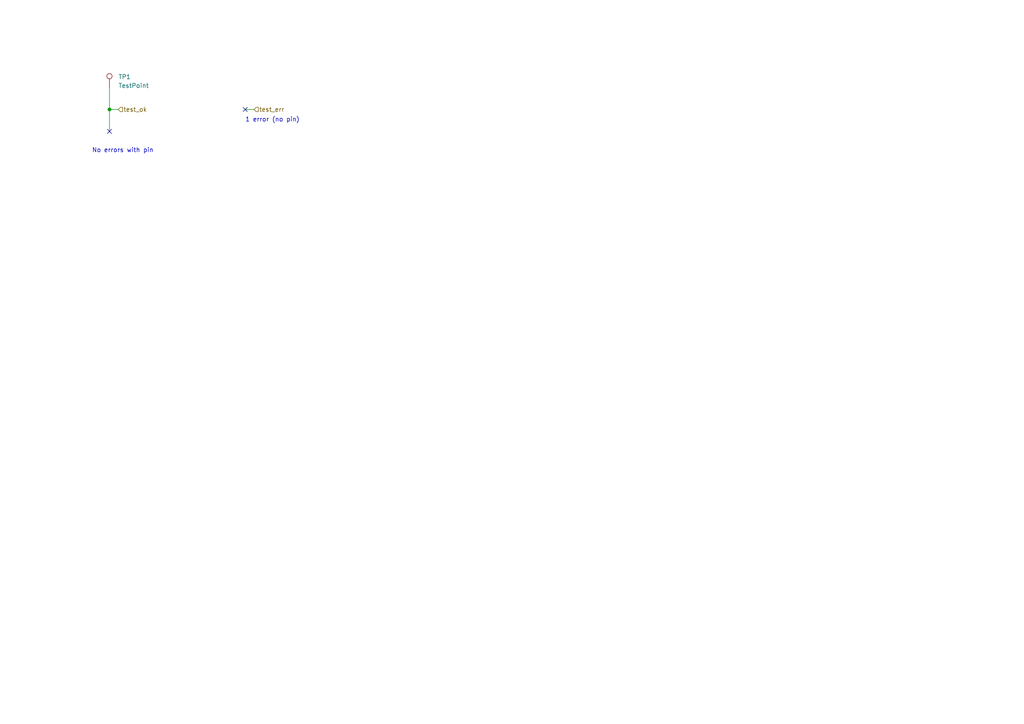
<source format=kicad_sch>
(kicad_sch (version 20211123) (generator eeschema)
  (paper "A4")
  (lib_symbols
    (symbol "Connector:TestPoint" (pin_numbers hide) (pin_names (offset 0.762) hide)
      (property "Reference" "TP" (at 0 6.858 0))
      (property "Value" "TestPoint" (at 0 5.08 0))
      (symbol "TestPoint_0_1"
        (circle (center 0 3.302) (radius 0.762))
      )
      (symbol "TestPoint_1_1"
        (pin passive line (at 0 0 90) (length 2.54) (name "1") (number "1"))
      )
    )
  )
  (junction (at 31.75 31.75) (diameter 0.9144))
  (no_connect (at 31.75 38.1))
  (no_connect (at 71.12 31.75))
  (wire (pts (xy 31.75 31.75) (xy 34.29 31.75)))
  (wire (pts (xy 31.75 25.4) (xy 31.75 31.75)))
  (wire (pts (xy 31.75 31.75) (xy 31.75 38.1)))
  (wire (pts (xy 71.12 31.75) (xy 73.66 31.75)))
  (text "No errors with pin" (at 26.67 44.45 0) (effects (font (size 1.27 1.27)) (justify left bottom)))
  (text "1 error (no pin)" (at 71.12 35.56 0) (effects (font (size 1.27 1.27)) (justify left bottom)))
  (hierarchical_label "test_ok" (shape input) (at 34.29 31.75 0))
  (hierarchical_label "test_err" (shape input) (at 73.66 31.75 0))
  (symbol (lib_id "Connector:TestPoint") (at 31.75 25.4 0) (unit 1)
    (property "Reference" "TP1" (at 34.29 22.2884 0) (effects (justify left)))
    (property "Value" "TestPoint" (at 34.29 24.8284 0) (effects (justify left)))
  )
)
</source>
